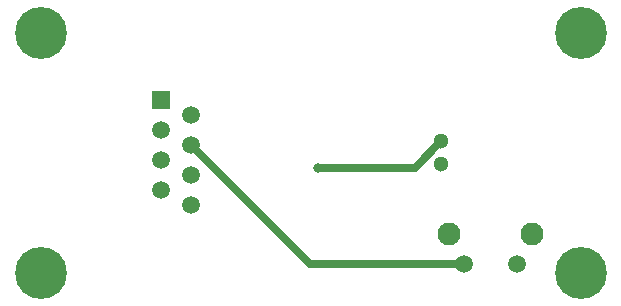
<source format=gbl>
G04 #@! TF.GenerationSoftware,KiCad,Pcbnew,6.0.9-8da3e8f707~116~ubuntu22.04.1*
G04 #@! TF.CreationDate,2022-11-15T15:38:02-07:00*
G04 #@! TF.ProjectId,Xiegu MiniMic,58696567-7520-44d6-996e-694d69632e6b,rev?*
G04 #@! TF.SameCoordinates,PX41672a0PY54efc64*
G04 #@! TF.FileFunction,Copper,L2,Bot*
G04 #@! TF.FilePolarity,Positive*
%FSLAX46Y46*%
G04 Gerber Fmt 4.6, Leading zero omitted, Abs format (unit mm)*
G04 Created by KiCad (PCBNEW 6.0.9-8da3e8f707~116~ubuntu22.04.1) date 2022-11-15 15:38:02*
%MOMM*%
%LPD*%
G01*
G04 APERTURE LIST*
G04 #@! TA.AperFunction,ComponentPad*
%ADD10C,1.498000*%
G04 #@! TD*
G04 #@! TA.AperFunction,ComponentPad*
%ADD11C,1.950000*%
G04 #@! TD*
G04 #@! TA.AperFunction,ComponentPad*
%ADD12C,4.400000*%
G04 #@! TD*
G04 #@! TA.AperFunction,ComponentPad*
%ADD13R,1.500000X1.500000*%
G04 #@! TD*
G04 #@! TA.AperFunction,ComponentPad*
%ADD14C,1.500000*%
G04 #@! TD*
G04 #@! TA.AperFunction,ComponentPad*
%ADD15C,1.300000*%
G04 #@! TD*
G04 #@! TA.AperFunction,ViaPad*
%ADD16C,0.800000*%
G04 #@! TD*
G04 #@! TA.AperFunction,Conductor*
%ADD17C,0.635000*%
G04 #@! TD*
G04 APERTURE END LIST*
D10*
X38390000Y3302000D03*
X42890000Y3302000D03*
D11*
X37135000Y5792000D03*
X44145000Y5792000D03*
D12*
X48260000Y2540000D03*
D13*
X12720000Y17145000D03*
D14*
X15260000Y15875000D03*
X12720000Y14605000D03*
X15260000Y13335000D03*
X12720000Y12065000D03*
X15260000Y10795000D03*
X12720000Y9525000D03*
X15260000Y8255000D03*
D12*
X2540000Y2540000D03*
X48260000Y22860000D03*
X2540000Y22860000D03*
D15*
X36460000Y13650000D03*
X36460000Y11750000D03*
D16*
X26035000Y11430000D03*
D17*
X36460000Y13650000D02*
X34240000Y11430000D01*
X34240000Y11430000D02*
X33655000Y11430000D01*
X33655000Y11430000D02*
X26035000Y11430000D01*
X15260000Y13335000D02*
X25293000Y3302000D01*
X25293000Y3302000D02*
X38390000Y3302000D01*
M02*

</source>
